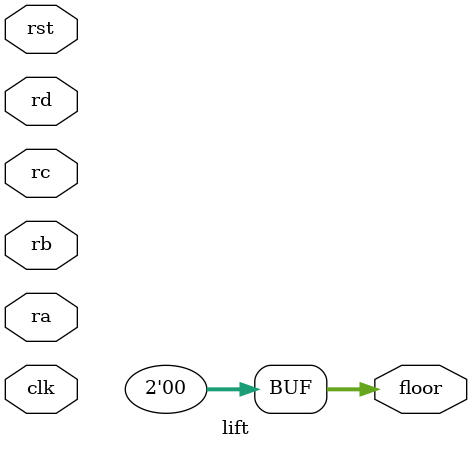
<source format=v>
module lift (clk,rst,ra,rb,rc,rd,floor);
input clk,rst,ra,rb,rc,rd;
output reg [1:0] floor=0 ;
`ifdef SINGLESTATEMACHINE
enum {A,BU,BD,CU,CD,D} state;
`ifdef M1
assign a2bu=!ra && rb;
assign a2cu= !ra && !rb && rc;
assign a2d= !ra && !rb && !rc &&rd;

assign bu2a= ra && !rb &&!rc &&!rd;
assign bu2cu = !rb && rc;
assign bu2d =  !rb && !rc &&  rd;

assign bd2a=ra &&!rb;
assign bd2cu=!ra && !rb && rc;
assign bd2d= !rb && !rc && rd;

assign cu2a = ra && !rb && !rc && !rd;
assign cu2bd =rb && !rc && !rd;
assign cu2d = !rc && rd;

assign cd2a =ra && !rb && !rc;
assign cd2bd = rb && !rc;
assign cd2d =!ra && !rb && !rc && rd;

assign d2a =ra && !rb &&!rc && !rd;
assign d2bd =  rb && !rc && !rd;
assign d2cd =rc && !rd;
always @(negedge clk or posedge rst)
begin
if (rst) state<=A;
else 
case (state)
A : if(ra) state<=A;
	else if (a2bu) state<=BU;
	else if (a2cu) state<=CU;
	else if (a2d) state<=D;
	else state<=state;
BU : if(rb) state<=BU;
    else if (bu2a) state<=A;
	else if (bu2cu) state<=CU;
	else if (bu2d) state<=D;
	else state<=state;
BD: if(rb) state<=BD;
    else if (bd2a) state<=A;
	else if (bd2cu) state<=CU;
	else if (bd2d) state<=D;
	else state<=state;
CD : if(rc) state<=CD;
	 else if (cd2a) state<=A;
	 else if (cd2bd) state<=BD;
	 else if (cd2d) state<=D;
	 else state<=state;
CU : if(rc) state<=CU;
	 else if (cu2a) state<=A;
	 else if (cu2bd) state<=BD;
	 else if (cu2d) state<=D;
	 else state<=state;
D : if (rd) state<=D;
    else if (d2a) state<=A;
	else if (d2cd) state<=CD;
	else if (d2bd) state<=BD;
	else state<=state;
endcase
end
`endif

`ifdef M2 
always @ (negedge clk or posedge rst)
begin
if(rst) state<=A;
else
case (state)
A : casex({ra,rb,rc,rd})
    4'b1xxx: state<=A;
	4'b01xx: state<=BU;
	4'b001x: state<=CU;
	4'b0001: state<=D;
	4'b0000: state<=state;
	endcase
BU : casex({rb,rc,rd,ra})
    4'b1xxx: state<=BU;
	4'b01xx: state<=CU;
	4'b001x: state<=D;
	4'b0001: state<=A;
	4'b0000: state<=state;
	endcase
BD : casex({rb,ra,rc,rd})
    4'b1xxx: state<=BD;
	4'b01xx: state<=A;
	4'b001x: state<=CU;
	4'b0001: state<=D;
	4'b0000: state<=state;
	endcase
CU : casex({rc,rd,rb,ra})
    4'b1xxx: state<=CU;
	4'b01xx: state<=D;
	4'b001x: state<=BD;
	4'b0001: state<=A;
	4'b0000: state<=state;
	4'b0000: state<=state;
	endcase
CD : casex({rc,rb,ra,rd})
    4'b1xxx: state<=CD;
	4'b01xx: state<=BD;
	4'b001x: state<=A;
	4'b0001: state<=D;
	4'b0000: state<=state;
	endcase
D : casex({rd,rc,rb,ra})
    4'b1xxx: state<=D;
	4'b01xx: state<=CD;
	4'b001x: state<=BD;
	4'b0001: state<=A;
	4'b0000: state<=state;
	endcase
endcase
end
`endif
`ifdef M3 
always @(negedge clk or posedge rst)
begin
if (rst) state<=A;
else
case(state)
A: case(1)
   ra:state<=A;
   rb:state<=BU;
   rc:state<=CU;
   rd:state<=D;
   endcase
BU: case(1)
	rb:state<=BU;
	rc:state<=CU;
	rd:state<=D;
	ra:state<=A;
	endcase
CU: case(1)
	rc:state<=CU;
	rd:state<=D;
	rb:state<=BD;
	ra:state<=A;
	endcase
CD: case(1)
	rc:state<=CD;
	rb:state<=BD;
	ra:state<=A;
	rd:state<=D;
	endcase
BD :case(1)
	rb:state<=BD;
	ra:state<=A;
	rc:state<=CU;
	rd:state<=D;
	endcase
D: case(1)
	rd:state<=D;
	rc:state<=CD;
	rb:state<=BD;
	ra:state<=A;
	endcase
endcase
end
`endif
always @*
begin 
case(state)
A: floor=0;
BU,BD: floor=1;
CU,CD :floor=2;
D: floor=3;
endcase
end
`endif
`ifdef TWOSTATEMACHINES
enum {A,B,C,D} state;
enum {UP,DOWN} dir;
`include "twostate.txt"
always @*
begin
case(state)
A: floor=0;
B: floor=1;
C: floor=2;
D: floor=3;
endcase
end
`endif
endmodule




    



	



</source>
